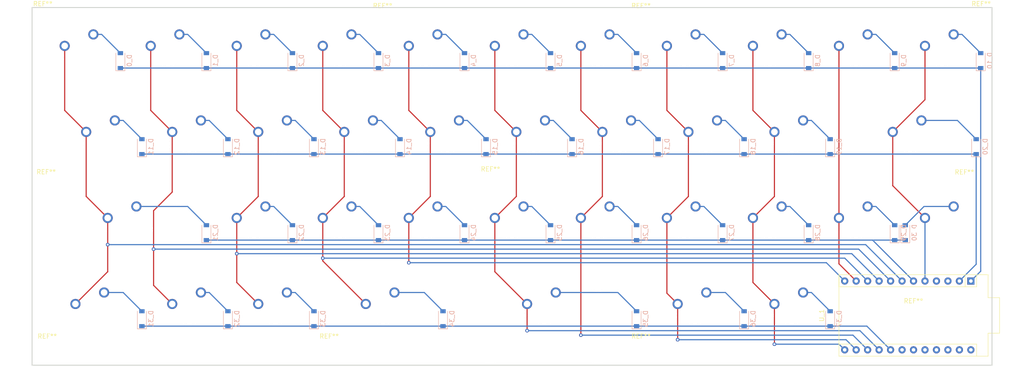
<source format=kicad_pcb>
(kicad_pcb (version 20211014) (generator pcbnew)
  (layers (0 "F.Cu" signal) (31 "B.Cu" signal) (34 "B.Paste" user) (35 "F.Paste" user) (36 "B.SilkS" user "B.Silkscreen") (37 "F.SilkS" user "F.Silkscreen") (38 "B.Mask" user) (39 "F.Mask" user) (44 "Edge.Cuts" user))
  (net 0 "")
  (net 1 "col0")
  (net 2 "col1")
  (net 3 "col2")
  (net 4 "col3")
  (net 5 "col4")
  (net 6 "col5")
  (net 7 "col6")
  (net 8 "col7")
  (net 9 "col8")
  (net 10 "col9")
  (net 11 "col10")
  (net 12 "row0")
  (net 13 "row1")
  (net 14 "row2")
  (net 15 "row3")
  (net 16 "Net-(D_0-Pad2)")
  (net 17 "Net-(D_1-Pad2)")
  (net 18 "Net-(D_2-Pad2)")
  (net 19 "Net-(D_3-Pad2)")
  (net 20 "Net-(D_4-Pad2)")
  (net 21 "Net-(D_5-Pad2)")
  (net 22 "Net-(D_6-Pad2)")
  (net 23 "Net-(D_7-Pad2)")
  (net 24 "Net-(D_8-Pad2)")
  (net 25 "Net-(D_9-Pad2)")
  (net 26 "Net-(D_10-Pad2)")
  (net 27 "Net-(D_11-Pad2)")
  (net 28 "Net-(D_12-Pad2)")
  (net 29 "Net-(D_13-Pad2)")
  (net 30 "Net-(D_14-Pad2)")
  (net 31 "Net-(D_15-Pad2)")
  (net 32 "Net-(D_16-Pad2)")
  (net 33 "Net-(D_17-Pad2)")
  (net 34 "Net-(D_18-Pad2)")
  (net 35 "Net-(D_19-Pad2)")
  (net 36 "Net-(D_20-Pad2)")
  (net 37 "Net-(D_21-Pad2)")
  (net 38 "Net-(D_22-Pad2)")
  (net 39 "Net-(D_23-Pad2)")
  (net 40 "Net-(D_24-Pad2)")
  (net 41 "Net-(D_25-Pad2)")
  (net 42 "Net-(D_26-Pad2)")
  (net 43 "Net-(D_27-Pad2)")
  (net 44 "Net-(D_28-Pad2)")
  (net 45 "Net-(D_29-Pad2)")
  (net 46 "Net-(D_30-Pad2)")
  (net 47 "Net-(D_31-Pad2)")
  (net 48 "Net-(D_32-Pad2)")
  (net 49 "Net-(D_33-Pad2)")
  (net 50 "Net-(D_34-Pad2)")
  (net 51 "Net-(D_35-Pad2)")
  (net 52 "Net-(D_36-Pad2)")
  (net 53 "Net-(D_37-Pad2)")
  (footprint "MountingHole:MountingHole_2.2mm_M2" (layer "F.Cu") (at 3.365 75.995)
    (fp_text reference "REF**")
    (fp_text value "MountingHole_2.2mm_M2")
  )
  (footprint "MX_Only:MXOnly-1U-NoLED" (layer "F.Cu") (at 201.525 11.025)
    (fp_text reference "K_10")
    (fp_text value "KEYSW")
  )
  (footprint "MX_Only:MXOnly-1U-NoLED" (layer "F.Cu") (at 30.075 11.025)
    (fp_text reference "K_1")
    (fp_text value "KEYSW")
  )
  (footprint "MountingHole:MountingHole_2.2mm_M2" (layer "F.Cu") (at 2.375 2.375)
    (fp_text reference "REF**")
    (fp_text value "MountingHole_2.2mm_M2")
  )
  (footprint "MX_Only:MXOnly-1U-NoLED" (layer "F.Cu") (at 15.7875 30.075)
    (fp_text reference "K_11")
    (fp_text value "KEYSW")
  )
  (footprint "MX_Only:MXOnly-1U-NoLED" (layer "F.Cu") (at 111.0375 30.075)
    (fp_text reference "K_16")
    (fp_text value "KEYSW")
  )
  (footprint "MX_Only:MXOnly-1U-NoLED" (layer "F.Cu") (at 182.475 49.125)
    (fp_text reference "K_29")
    (fp_text value "KEYSW")
  )
  (footprint "MountingHole:MountingHole_2.2mm_M2" (layer "F.Cu") (at 77.625 2.804)
    (fp_text reference "REF**")
    (fp_text value "MountingHole_2.2mm_M2")
  )
  (footprint "MX_Only:MXOnly-1U-NoLED" (layer "F.Cu") (at 201.525 49.125)
    (fp_text reference "K_30")
    (fp_text value "KEYSW")
  )
  (footprint "MX_Only:MXOnly-1U-NoLED" (layer "F.Cu") (at 72.9375 30.075)
    (fp_text reference "K_14")
    (fp_text value "KEYSW")
  )
  (footprint "MX_Only:MXOnly-1U-NoLED" (layer "F.Cu") (at 168.1875 30.075)
    (fp_text reference "K_19")
    (fp_text value "KEYSW")
  )
  (footprint "MX_Only:MXOnly-1U-NoLED" (layer "F.Cu") (at 144.375 11.025)
    (fp_text reference "K_7")
    (fp_text value "KEYSW")
  )
  (footprint "MX_Only:MXOnly-1U-NoLED" (layer "F.Cu") (at 130.0875 30.075)
    (fp_text reference "K_17")
    (fp_text value "KEYSW")
  )
  (footprint "MountingHole:MountingHole_2.2mm_M2" (layer "F.Cu") (at 206.45 39.65)
    (fp_text reference "REF**")
    (fp_text value "MountingHole_2.2mm_M2")
  )
  (footprint "MX_Only:MXOnly-1U-NoLED" (layer "F.Cu") (at 68.175 11.025)
    (fp_text reference "K_3")
    (fp_text value "KEYSW")
  )
  (footprint "MountingHole:MountingHole_2.2mm_M2" (layer "F.Cu") (at 65.7925 75.995)
    (fp_text reference "REF**")
    (fp_text value "MountingHole_2.2mm_M2")
  )
  (footprint "MX_Only:MXOnly-1U-NoLED" (layer "F.Cu") (at 34.8375 30.075)
    (fp_text reference "K_12")
    (fp_text value "KEYSW")
  )
  (footprint "MX_Only:MXOnly-1.5U-NoLED" (layer "F.Cu") (at 77.7 68.175)
    (fp_text reference "K_34")
    (fp_text value "KEYSW")
  )
  (footprint "MountingHole:MountingHole_2.2mm_M2" (layer "F.Cu") (at 101.5125 38.98)
    (fp_text reference "REF**")
    (fp_text value "MountingHole_2.2mm_M2")
  )
  (footprint "MX_Only:MXOnly-1U-NoLED" (layer "F.Cu") (at 106.275 11.025)
    (fp_text reference "K_5")
    (fp_text value "KEYSW")
  )
  (footprint "MX_Only:MXOnly-1U-NoLED" (layer "F.Cu") (at 182.475 11.025)
    (fp_text reference "K_9")
    (fp_text value "KEYSW")
  )
  (footprint "MountingHole:MountingHole_2.2mm_M2" (layer "F.Cu") (at 3.13 39.6)
    (fp_text reference "REF**")
    (fp_text value "MountingHole_2.2mm_M2")
  )
  (footprint "MX_Only:MXOnly-1U-NoLED" (layer "F.Cu") (at 49.125 11.025)
    (fp_text reference "K_2")
    (fp_text value "KEYSW")
  )
  (footprint "MX_Only:MXOnly-1U-NoLED" (layer "F.Cu") (at 68.175 49.125)
    (fp_text reference "K_23")
    (fp_text value "KEYSW")
  )
  (footprint "MX_Only:MXOnly-1U-NoLED" (layer "F.Cu") (at 106.275 49.125)
    (fp_text reference "K_25")
    (fp_text value "KEYSW")
  )
  (footprint "MX_Only:MXOnly-1U-NoLED" (layer "F.Cu") (at 163.425 11.025)
    (fp_text reference "K_8")
    (fp_text value "KEYSW")
  )
  (footprint "MountingHole:MountingHole_2.2mm_M2" (layer "F.Cu") (at 210.175 2.375)
    (fp_text reference "REF**")
    (fp_text value "MountingHole_2.2mm_M2")
  )
  (footprint "MX_Only:MXOnly-1U-NoLED" (layer "F.Cu") (at 87.225 49.125)
    (fp_text reference "K_24")
    (fp_text value "KEYSW")
  )
  (footprint "MX_Only:MXOnly-1U-NoLED" (layer "F.Cu") (at 34.8375 68.175)
    (fp_text reference "K_32")
    (fp_text value "KEYSW")
  )
  (footprint "Arduino:Sparkfun_Pro_Micro" (layer "F.Cu") (at 179.935 75.795 90)
    (fp_text reference "U_1")
    (fp_text value "Sparkfun_Pro_Micro")
  )
  (footprint "MountingHole:MountingHole_2.2mm_M2" (layer "F.Cu") (at 134.85 75.995)
    (fp_text reference "REF**")
    (fp_text value "MountingHole_2.2mm_M2")
  )
  (footprint "MX_Only:MXOnly-1U-NoLED" (layer "F.Cu") (at 49.125 49.125)
    (fp_text reference "K_22")
    (fp_text value "KEYSW")
  )
  (footprint "MountingHole:MountingHole_2.2mm_M2" (layer "F.Cu") (at 134.85 2.804)
    (fp_text reference "REF**")
    (fp_text value "MountingHole_2.2mm_M2")
  )
  (footprint "MX_Only:MXOnly-1U-NoLED" (layer "F.Cu") (at 163.425 49.125)
    (fp_text reference "K_28")
    (fp_text value "KEYSW")
  )
  (footprint "MX_Only:MXOnly-1U-NoLED" (layer "F.Cu") (at 149.1375 30.075)
    (fp_text reference "K_18")
    (fp_text value "KEYSW")
  )
  (footprint "MX_Only:MXOnly-1U-NoLED" (layer "F.Cu") (at 168.1875 68.175)
    (fp_text reference "K_37")
    (fp_text value "KEYSW")
  )
  (footprint "MX_Only:MXOnly-1.25U-NoLED" (layer "F.Cu") (at 146.75625 68.175)
    (fp_text reference "K_36")
    (fp_text value "KEYSW")
  )
  (footprint "MX_Only:MXOnly-1.75U-NoLED" (layer "F.Cu") (at 194.38125 30.075)
    (fp_text reference "K_20")
    (fp_text value "KEYSW")
  )
  (footprint "MX_Only:MXOnly-1U-NoLED" (layer "F.Cu") (at 125.325 49.125)
    (fp_text reference "K_26")
    (fp_text value "KEYSW")
  )
  (footprint "MX_Only:MXOnly-2U-NoLED" (layer "F.Cu") (at 20.55 49.125)
    (fp_text reference "K_21")
    (fp_text value "KEYSW")
  )
  (footprint "MX_Only:MXOnly-1U-NoLED" (layer "F.Cu") (at 144.375 49.125)
    (fp_text reference "K_27")
    (fp_text value "KEYSW")
  )
  (footprint "MX_Only:MXOnly-1U-NoLED" (layer "F.Cu") (at 53.8875 30.075)
    (fp_text reference "K_13")
    (fp_text value "KEYSW")
  )
  (footprint "MX_Only:MXOnly-1U-NoLED" (layer "F.Cu") (at 87.225 11.025)
    (fp_text reference "K_4")
    (fp_text value "KEYSW")
  )
  (footprint "MX_Only:MXOnly-2.25U-NoLED" (layer "F.Cu") (at 113.41875 68.175)
    (fp_text reference "K_35")
    (fp_text value "KEYSW")
  )
  (footprint "MX_Only:MXOnly-1U-NoLED" (layer "F.Cu") (at 91.9875 30.075)
    (fp_text reference "K_15")
    (fp_text value "KEYSW")
  )
  (footprint "MX_Only:MXOnly-1U-NoLED" (layer "F.Cu") (at 11.025 11.025)
    (fp_text reference "K_0")
    (fp_text value "KEYSW")
  )
  (footprint "MX_Only:MXOnly-1U-NoLED" (layer "F.Cu") (at 125.325 11.025)
    (fp_text reference "K_6")
    (fp_text value "KEYSW")
  )
  (footprint "MountingHole:MountingHole_2.2mm_M2" (layer "F.Cu") (at 195.175 68.177)
    (fp_text reference "REF**")
    (fp_text value "MountingHole_2.2mm_M2")
  )
  (footprint "MX_Only:MXOnly-1U-NoLED" (layer "F.Cu") (at 53.8875 68.175)
    (fp_text reference "K_33")
    (fp_text value "KEYSW")
  )
  (footprint "MX_Only:MXOnly-1.25U-NoLED" (layer "F.Cu") (at 13.40625 68.175)
    (fp_text reference "K_31")
    (fp_text value "KEYSW")
  )
  (footprint "Diode_SMD:D_SOD-123" (layer "B.Cu") (at 43.3625 30.793901 90)
    (fp_text reference "D_12")
    (fp_text value "D")
  )
  (footprint "Diode_SMD:D_SOD-123" (layer "B.Cu") (at 138.6125 30.793901 90)
    (fp_text reference "D_17")
    (fp_text value "D")
  )
  (footprint "Diode_SMD:D_SOD-123" (layer "B.Cu") (at 57.65 11.743901 90)
    (fp_text reference "D_2")
    (fp_text value "D")
  )
  (footprint "Diode_SMD:D_SOD-123" (layer "B.Cu") (at 157.6625 30.793901 90)
    (fp_text reference "D_18")
    (fp_text value "D")
  )
  (footprint "Diode_SMD:D_SOD-123" (layer "B.Cu") (at 24.3125 30.793901 90)
    (fp_text reference "D_11")
    (fp_text value "D")
  )
  (footprint "Diode_SMD:D_SOD-123" (layer "B.Cu") (at 210.05 11.743901 90)
    (fp_text reference "D_10")
    (fp_text value "D")
  )
  (footprint "Diode_SMD:D_SOD-123" (layer "B.Cu") (at 114.8 11.743901 90)
    (fp_text reference "D_5")
    (fp_text value "D")
  )
  (footprint "Diode_SMD:D_SOD-123" (layer "B.Cu") (at 90.9875 68.893901 90)
    (fp_text reference "D_34")
    (fp_text value "D")
  )
  (footprint "Diode_SMD:D_SOD-123" (layer "B.Cu") (at 43.3625 68.893901 90)
    (fp_text reference "D_32")
    (fp_text value "D")
  )
  (footprint "Diode_SMD:D_SOD-123" (layer "B.Cu") (at 152.9 49.843901 90)
    (fp_text reference "D_27")
    (fp_text value "D")
  )
  (footprint "Diode_SMD:D_SOD-123" (layer "B.Cu") (at 95.75 49.843901 90)
    (fp_text reference "D_24")
    (fp_text value "D")
  )
  (footprint "Diode_SMD:D_SOD-123" (layer "B.Cu") (at 76.7 49.843901 90)
    (fp_text reference "D_23")
    (fp_text value "D")
  )
  (footprint "Diode_SMD:D_SOD-123" (layer "B.Cu") (at 81.4625 30.793901 90)
    (fp_text reference "D_14")
    (fp_text value "D")
  )
  (footprint "Diode_SMD:D_SOD-123" (layer "B.Cu") (at 38.6 11.743901 90)
    (fp_text reference "D_1")
    (fp_text value "D")
  )
  (footprint "Diode_SMD:D_SOD-123" (layer "B.Cu") (at 62.4125 68.893901 90)
    (fp_text reference "D_33")
    (fp_text value "D")
  )
  (footprint "Diode_SMD:D_SOD-123" (layer "B.Cu") (at 171.95 49.843901 90)
    (fp_text reference "D_28")
    (fp_text value "D")
  )
  (footprint "Diode_SMD:D_SOD-123" (layer "B.Cu") (at 19.55 11.743901 90)
    (fp_text reference "D_0")
    (fp_text value "D")
  )
  (footprint "Diode_SMD:D_SOD-123" (layer "B.Cu") (at 95.75 11.743901 90)
    (fp_text reference "D_4")
    (fp_text value "D")
  )
  (footprint "Diode_SMD:D_SOD-123" (layer "B.Cu") (at 171.95 11.743901 90)
    (fp_text reference "D_8")
    (fp_text value "D")
  )
  (footprint "Diode_SMD:D_SOD-123" (layer "B.Cu") (at 38.6 49.843901 90)
    (fp_text reference "D_21")
    (fp_text value "D")
  )
  (footprint "Diode_SMD:D_SOD-123" (layer "B.Cu") (at 133.85 49.843901 90)
    (fp_text reference "D_26")
    (fp_text value "D")
  )
  (footprint "Diode_SMD:D_SOD-123" (layer "B.Cu") (at 209.05 30.793901 90)
    (fp_text reference "D_20")
    (fp_text value "D")
  )
  (footprint "Diode_SMD:D_SOD-123" (layer "B.Cu") (at 191 49.843901 90)
    (fp_text reference "D_29")
    (fp_text value "D")
  )
  (footprint "Diode_SMD:D_SOD-123" (layer "B.Cu") (at 76.7 11.743901 90)
    (fp_text reference "D_3")
    (fp_text value "D")
  )
  (footprint "Diode_SMD:D_SOD-123" (layer "B.Cu") (at 57.65 49.843901 90)
    (fp_text reference "D_22")
    (fp_text value "D")
  )
  (footprint "Diode_SMD:D_SOD-123" (layer "B.Cu") (at 100.5125 30.793901 90)
    (fp_text reference "D_15")
    (fp_text value "D")
  )
  (footprint "Diode_SMD:D_SOD-123" (layer "B.Cu") (at 24.3125 68.893901 90)
    (fp_text reference "D_31")
    (fp_text value "D")
  )
  (footprint "Diode_SMD:D_SOD-123" (layer "B.Cu") (at 193.35 49.843901 90)
    (fp_text reference "D_30")
    (fp_text value "D")
  )
  (footprint "Diode_SMD:D_SOD-123" (layer "B.Cu") (at 133.85 11.743901 90)
    (fp_text reference "D_6")
    (fp_text value "D")
  )
  (footprint "Diode_SMD:D_SOD-123" (layer "B.Cu") (at 62.4125 30.793901 90)
    (fp_text reference "D_13")
    (fp_text value "D")
  )
  (footprint "Diode_SMD:D_SOD-123" (layer "B.Cu") (at 119.5625 30.793901 90)
    (fp_text reference "D_16")
    (fp_text value "D")
  )
  (footprint "Diode_SMD:D_SOD-123" (layer "B.Cu") (at 157.6625 68.893901 90)
    (fp_text reference "D_36")
    (fp_text value "D")
  )
  (footprint "Diode_SMD:D_SOD-123" (layer "B.Cu") (at 176.7125 68.893901 90)
    (fp_text reference "D_37")
    (fp_text value "D")
  )
  (footprint "Diode_SMD:D_SOD-123" (layer "B.Cu") (at 133.85 68.893901 90)
    (fp_text reference "D_35")
    (fp_text value "D")
  )
  (footprint "Diode_SMD:D_SOD-123" (layer "B.Cu") (at 152.9 11.743901 90)
    (fp_text reference "D_7")
    (fp_text value "D")
  )
  (footprint "Diode_SMD:D_SOD-123" (layer "B.Cu") (at 191 11.743901 90)
    (fp_text reference "D_9")
    (fp_text value "D")
  )
  (footprint "Diode_SMD:D_SOD-123" (layer "B.Cu") (at 114.8 49.843901 90)
    (fp_text reference "D_25")
    (fp_text value "D")
  )
  (footprint "Diode_SMD:D_SOD-123" (layer "B.Cu") (at 176.7125 30.793901 90)
    (fp_text reference "D_19")
    (fp_text value "D")
  )
  (gr_line (start 0 0) (end 212.55 0) (layer "Edge.Cuts") (width 0.2))
  (gr_line (start 212.55 0) (end 212.55 79.2) (layer "Edge.Cuts") (width 0.2))
  (gr_line (start 0 79.2) (end 0 0) (layer "Edge.Cuts") (width 0.2))
  (gr_line (start 212.55 79.2) (end 0 79.2) (layer "Edge.Cuts") (width 0.2))
  (segment (start 16.74 58.49125) (end 9.59625 65.635) (width 0.25) (layer "F.Cu") (net 1))
  (segment (start 11.9775 41.8225) (end 16.74 46.585) (width 0.25) (layer "F.Cu") (net 1))
  (segment (start 16.74 46.585) (end 16.74 58.49125) (width 0.25) (layer "F.Cu") (net 1))
  (segment (start 7.215 22.7725) (end 11.9775 27.535) (width 0.25) (layer "F.Cu") (net 1))
  (segment (start 11.9775 27.535) (end 11.9775 41.8225) (width 0.25) (layer "F.Cu") (net 1))
  (segment (start 7.215 8.485) (end 7.215 22.7725) (width 0.25) (layer "F.Cu") (net 1))
  (via (at 16.74 52.493901) (size 0.8) (drill 0.4) (layers "F.Cu" "B.Cu") (net 1))
  (segment (start 184.573901 52.493901) (end 192.635 60.555) (width 0.25) (layer "B.Cu") (net 1))
  (segment (start 16.74 52.493901) (end 184.573901 52.493901) (width 0.25) (layer "B.Cu") (net 1))
  (segment (start 31.0275 40.8545) (end 26.9 44.982) (width 0.25) (layer "F.Cu") (net 2))
  (segment (start 31.0275 65.635) (end 26.9 61.5075) (width 0.25) (layer "F.Cu") (net 2))
  (segment (start 31.0275 27.535) (end 31.0275 40.8545) (width 0.25) (layer "F.Cu") (net 2))
  (segment (start 26.9 44.982) (end 26.9 61.5075) (width 0.25) (layer "F.Cu") (net 2))
  (segment (start 26.265 22.7725) (end 31.0275 27.535) (width 0.25) (layer "F.Cu") (net 2))
  (segment (start 26.265 8.485) (end 26.265 22.7725) (width 0.25) (layer "F.Cu") (net 2))
  (via (at 26.9 53.493901) (size 0.8) (drill 0.4) (layers "F.Cu" "B.Cu") (net 2))
  (segment (start 190.095 60.555) (end 183.033901 53.493901) (width 0.25) (layer "B.Cu") (net 2))
  (segment (start 183.033901 53.493901) (end 26.9 53.493901) (width 0.25) (layer "B.Cu") (net 2))
  (segment (start 50.0775 41.8225) (end 45.315 46.585) (width 0.25) (layer "F.Cu") (net 3))
  (segment (start 45.315 60.8725) (end 50.0775 65.635) (width 0.25) (layer "F.Cu") (net 3))
  (segment (start 45.315 46.585) (end 45.315 60.8725) (width 0.25) (layer "F.Cu") (net 3))
  (segment (start 50.0775 27.535) (end 50.0775 41.8225) (width 0.25) (layer "F.Cu") (net 3))
  (segment (start 45.315 22.7725) (end 50.0775 27.535) (width 0.25) (layer "F.Cu") (net 3))
  (segment (start 45.315 8.485) (end 45.315 22.7725) (width 0.25) (layer "F.Cu") (net 3))
  (via (at 45.315 54.493901) (size 0.8) (drill 0.4) (layers "F.Cu" "B.Cu") (net 3))
  (segment (start 181.493901 54.493901) (end 187.555 60.555) (width 0.25) (layer "B.Cu") (net 3))
  (segment (start 45.315 54.493901) (end 181.493901 54.493901) (width 0.25) (layer "B.Cu") (net 3))
  (segment (start 69.1275 27.535) (end 69.1275 41.8225) (width 0.25) (layer "F.Cu") (net 4))
  (segment (start 64.365 8.485) (end 64.365 22.7725) (width 0.25) (layer "F.Cu") (net 4))
  (segment (start 69.1275 41.8225) (end 64.365 46.585) (width 0.25) (layer "F.Cu") (net 4))
  (segment (start 64.365 56.11) (end 73.89 65.635) (width 0.25) (layer "F.Cu") (net 4))
  (segment (start 64.365 46.585) (end 64.365 55.523) (width 0.25) (layer "F.Cu") (net 4))
  (segment (start 64.365 55.523) (end 64.365 56.11) (width 0.25) (layer "F.Cu") (net 4))
  (segment (start 64.365 22.7725) (end 69.1275 27.535) (width 0.25) (layer "F.Cu") (net 4))
  (via (at 64.365 55.493901) (size 0.8) (drill 0.4) (layers "F.Cu" "B.Cu") (net 4))
  (segment (start 64.365 55.493901) (end 179.953901 55.493901) (width 0.25) (layer "B.Cu") (net 4))
  (segment (start 179.953901 55.493901) (end 185.015 60.555) (width 0.25) (layer "B.Cu") (net 4))
  (segment (start 83.415 46.585) (end 83.415 56.493901) (width 0.25) (layer "F.Cu") (net 5))
  (segment (start 88.1775 27.535) (end 88.1775 41.8225) (width 0.25) (layer "F.Cu") (net 5))
  (segment (start 83.415 8.485) (end 83.415 22.7725) (width 0.25) (layer "F.Cu") (net 5))
  (segment (start 83.415 22.7725) (end 88.1775 27.535) (width 0.25) (layer "F.Cu") (net 5))
  (segment (start 88.1775 41.8225) (end 83.415 46.585) (width 0.25) (layer "F.Cu") (net 5))
  (via (at 83.415 56.493901) (size 0.8) (drill 0.4) (layers "F.Cu" "B.Cu") (net 5))
  (segment (start 83.415 56.493901) (end 175.873901 56.493901) (width 0.25) (layer "B.Cu") (net 5))
  (segment (start 175.873901 56.493901) (end 179.935 60.555) (width 0.25) (layer "B.Cu") (net 5))
  (segment (start 109.60875 65.635) (end 109.60875 71.543901) (width 0.25) (layer "F.Cu") (net 6))
  (segment (start 109.60875 65.635) (end 102.465 58.49125) (width 0.25) (layer "F.Cu") (net 6))
  (segment (start 102.465 22.7725) (end 107.2275 27.535) (width 0.25) (layer "F.Cu") (net 6))
  (segment (start 107.2275 41.8225) (end 102.465 46.585) (width 0.25) (layer "F.Cu") (net 6))
  (segment (start 102.465 8.485) (end 102.465 22.7725) (width 0.25) (layer "F.Cu") (net 6))
  (segment (start 107.2275 27.535) (end 107.2275 41.8225) (width 0.25) (layer "F.Cu") (net 6))
  (segment (start 102.465 46.585) (end 102.465 58.49125) (width 0.25) (layer "F.Cu") (net 6))
  (via (at 109.60875 71.543901) (size 0.8) (drill 0.4) (layers "F.Cu" "B.Cu") (net 6))
  (segment (start 109.60875 71.543901) (end 183.303901 71.543901) (width 0.25) (layer "B.Cu") (net 6))
  (segment (start 183.303901 71.543901) (end 187.555 75.795) (width 0.25) (layer "B.Cu") (net 6))
  (segment (start 121.515 46.585) (end 121.515 72.541) (width 0.25) (layer "F.Cu") (net 7))
  (segment (start 121.515 72.541) (end 121.515 72.543901) (width 0.25) (layer "F.Cu") (net 7))
  (segment (start 121.515 22.7725) (end 126.2775 27.535) (width 0.25) (layer "F.Cu") (net 7))
  (segment (start 121.515 8.485) (end 121.515 22.7725) (width 0.25) (layer "F.Cu") (net 7))
  (segment (start 126.2775 41.8225) (end 121.515 46.585) (width 0.25) (layer "F.Cu") (net 7))
  (segment (start 126.2775 27.535) (end 126.2775 41.8225) (width 0.25) (layer "F.Cu") (net 7))
  (via (at 121.515 72.541) (size 0.8) (drill 0.4) (layers "F.Cu" "B.Cu") (net 7))
  (segment (start 181.761 72.541) (end 185.015 75.795) (width 0.25) (layer "B.Cu") (net 7))
  (segment (start 121.515 72.541) (end 181.761 72.541) (width 0.25) (layer "B.Cu") (net 7))
  (segment (start 140.565 22.7725) (end 145.3275 27.535) (width 0.25) (layer "F.Cu") (net 8))
  (segment (start 140.565 8.485) (end 140.565 22.7725) (width 0.25) (layer "F.Cu") (net 8))
  (segment (start 142.94625 65.635) (end 142.94625 73.543901) (width 0.25) (layer "F.Cu") (net 8))
  (segment (start 145.3275 27.535) (end 145.3275 41.8225) (width 0.25) (layer "F.Cu") (net 8))
  (segment (start 140.565 63.25375) (end 142.94625 65.635) (width 0.25) (layer "F.Cu") (net 8))
  (segment (start 140.565 46.585) (end 140.565 63.25375) (width 0.25) (layer "F.Cu") (net 8))
  (segment (start 145.3275 41.8225) (end 140.565 46.585) (width 0.25) (layer "F.Cu") (net 8))
  (via (at 142.94625 73.543901) (size 0.8) (drill 0.4) (layers "F.Cu" "B.Cu") (net 8))
  (segment (start 180.223901 73.543901) (end 182.475 75.795) (width 0.25) (layer "B.Cu") (net 8))
  (segment (start 142.94625 73.543901) (end 180.223901 73.543901) (width 0.25) (layer "B.Cu") (net 8))
  (segment (start 164.3775 27.535) (end 164.3775 41.8225) (width 0.25) (layer "F.Cu") (net 9))
  (segment (start 159.615 46.585) (end 159.615 60.8725) (width 0.25) (layer "F.Cu") (net 9))
  (segment (start 159.615 22.7725) (end 164.3775 27.535) (width 0.25) (layer "F.Cu") (net 9))
  (segment (start 164.3775 65.635) (end 164.3775 74.543901) (width 0.25) (layer "F.Cu") (net 9))
  (segment (start 164.3775 41.8225) (end 159.615 46.585) (width 0.25) (layer "F.Cu") (net 9))
  (segment (start 159.615 8.485) (end 159.615 22.7725) (width 0.25) (layer "F.Cu") (net 9))
  (segment (start 159.615 60.8725) (end 164.3775 65.635) (width 0.25) (layer "F.Cu") (net 9))
  (via (at 164.3775 74.543901) (size 0.8) (drill 0.4) (layers "F.Cu" "B.Cu") (net 9))
  (segment (start 179.935 75.795) (end 178.683901 74.543901) (width 0.25) (layer "B.Cu") (net 9))
  (segment (start 178.683901 74.543901) (end 164.3775 74.543901) (width 0.25) (layer "B.Cu") (net 9))
  (segment (start 178.665 8.485) (end 178.665 46.585) (width 0.25) (layer "F.Cu") (net 10))
  (segment (start 178.665 46.585) (end 178.665 56.745) (width 0.25) (layer "F.Cu") (net 10))
  (segment (start 178.665 56.745) (end 182.475 60.555) (width 0.25) (layer "F.Cu") (net 10))
  (segment (start 190.57125 39.44125) (end 197.715 46.585) (width 0.25) (layer "F.Cu") (net 11))
  (segment (start 190.57125 27.535) (end 190.57125 39.44125) (width 0.25) (layer "F.Cu") (net 11))
  (segment (start 197.715 8.485) (end 197.715 20.39125) (width 0.25) (layer "F.Cu") (net 11))
  (segment (start 197.715 20.39125) (end 190.57125 27.535) (width 0.25) (layer "F.Cu") (net 11))
  (segment (start 197.715 46.585) (end 197.715 60.555) (width 0.25) (layer "B.Cu") (net 11))
  (segment (start 210.05 58.38) (end 207.875 60.555) (width 0.25) (layer "B.Cu") (net 12))
  (segment (start 210.05 13.393901) (end 19.55 13.393901) (width 0.25) (layer "B.Cu") (net 12))
  (segment (start 210.05 13.393901) (end 210.05 58.38) (width 0.25) (layer "B.Cu") (net 12))
  (segment (start 209.05 56.84) (end 205.335 60.555) (width 0.25) (layer "B.Cu") (net 13))
  (segment (start 209.05 32.443901) (end 24.3125 32.443901) (width 0.25) (layer "B.Cu") (net 13))
  (segment (start 209.05 32.443901) (end 209.05 56.84) (width 0.25) (layer "B.Cu") (net 13))
  (segment (start 195.175 60.555) (end 186.113901 51.493901) (width 0.25) (layer "B.Cu") (net 14))
  (segment (start 193.35 51.493901) (end 38.6 51.493901) (width 0.25) (layer "B.Cu") (net 14))
  (segment (start 184.843901 70.543901) (end 190.095 75.795) (width 0.25) (layer "B.Cu") (net 15))
  (segment (start 184.843901 70.543901) (end 24.3125 70.543901) (width 0.25) (layer "B.Cu") (net 15))
  (segment (start 13.565 5.945) (end 15.401099 5.945) (width 0.25) (layer "B.Cu") (net 16))
  (segment (start 15.401099 5.945) (end 19.55 10.093901) (width 0.25) (layer "B.Cu") (net 16))
  (segment (start 34.451099 5.945) (end 38.6 10.093901) (width 0.25) (layer "B.Cu") (net 17))
  (segment (start 32.615 5.945) (end 34.451099 5.945) (width 0.25) (layer "B.Cu") (net 17))
  (segment (start 53.501099 5.945) (end 57.65 10.093901) (width 0.25) (layer "B.Cu") (net 18))
  (segment (start 51.665 5.945) (end 53.501099 5.945) (width 0.25) (layer "B.Cu") (net 18))
  (segment (start 72.551099 5.945) (end 76.7 10.093901) (width 0.25) (layer "B.Cu") (net 19))
  (segment (start 70.715 5.945) (end 72.551099 5.945) (width 0.25) (layer "B.Cu") (net 19))
  (segment (start 91.601099 5.945) (end 95.75 10.093901) (width 0.25) (layer "B.Cu") (net 20))
  (segment (start 89.765 5.945) (end 91.601099 5.945) (width 0.25) (layer "B.Cu") (net 20))
  (segment (start 108.815 5.945) (end 110.651099 5.945) (width 0.25) (layer "B.Cu") (net 21))
  (segment (start 110.651099 5.945) (end 114.8 10.093901) (width 0.25) (layer "B.Cu") (net 21))
  (segment (start 129.701099 5.945) (end 133.85 10.093901) (width 0.25) (layer "B.Cu") (net 22))
  (segment (start 127.865 5.945) (end 129.701099 5.945) (width 0.25) (layer "B.Cu") (net 22))
  (segment (start 146.915 5.945) (end 148.751099 5.945) (width 0.25) (layer "B.Cu") (net 23))
  (segment (start 148.751099 5.945) (end 152.9 10.093901) (width 0.25) (layer "B.Cu") (net 23))
  (segment (start 167.801099 5.945) (end 171.95 10.093901) (width 0.25) (layer "B.Cu") (net 24))
  (segment (start 165.965 5.945) (end 167.801099 5.945) (width 0.25) (layer "B.Cu") (net 24))
  (segment (start 185.015 5.945) (end 186.851099 5.945) (width 0.25) (layer "B.Cu") (net 25))
  (segment (start 186.851099 5.945) (end 191 10.093901) (width 0.25) (layer "B.Cu") (net 25))
  (segment (start 205.901099 5.945) (end 210.05 10.093901) (width 0.25) (layer "B.Cu") (net 26))
  (segment (start 204.065 5.945) (end 205.901099 5.945) (width 0.25) (layer "B.Cu") (net 26))
  (segment (start 20.163599 24.995) (end 24.3125 29.143901) (width 0.25) (layer "B.Cu") (net 27))
  (segment (start 18.3275 24.995) (end 20.163599 24.995) (width 0.25) (layer "B.Cu") (net 27))
  (segment (start 39.213599 24.995) (end 43.3625 29.143901) (width 0.25) (layer "B.Cu") (net 28))
  (segment (start 37.3775 24.995) (end 39.213599 24.995) (width 0.25) (layer "B.Cu") (net 28))
  (segment (start 58.263599 24.995) (end 62.4125 29.143901) (width 0.25) (layer "B.Cu") (net 29))
  (segment (start 56.4275 24.995) (end 58.263599 24.995) (width 0.25) (layer "B.Cu") (net 29))
  (segment (start 77.313599 24.995) (end 81.4625 29.143901) (width 0.25) (layer "B.Cu") (net 30))
  (segment (start 75.4775 24.995) (end 77.313599 24.995) (width 0.25) (layer "B.Cu") (net 30))
  (segment (start 94.5275 24.995) (end 96.363599 24.995) (width 0.25) (layer "B.Cu") (net 31))
  (segment (start 96.363599 24.995) (end 100.5125 29.143901) (width 0.25) (layer "B.Cu") (net 31))
  (segment (start 115.413599 24.995) (end 119.5625 29.143901) (width 0.25) (layer "B.Cu") (net 32))
  (segment (start 113.5775 24.995) (end 115.413599 24.995) (width 0.25) (layer "B.Cu") (net 32))
  (segment (start 132.6275 24.995) (end 134.463599 24.995) (width 0.25) (layer "B.Cu") (net 33))
  (segment (start 134.463599 24.995) (end 138.6125 29.143901) (width 0.25) (layer "B.Cu") (net 33))
  (segment (start 151.6775 24.995) (end 153.513599 24.995) (width 0.25) (layer "B.Cu") (net 34))
  (segment (start 153.513599 24.995) (end 157.6625 29.143901) (width 0.25) (layer "B.Cu") (net 34))
  (segment (start 170.7275 24.995) (end 172.563599 24.995) (width 0.25) (layer "B.Cu") (net 35))
  (segment (start 172.563599 24.995) (end 176.7125 29.143901) (width 0.25) (layer "B.Cu") (net 35))
  (segment (start 196.92125 24.995) (end 204.901099 24.995) (width 0.25) (layer "B.Cu") (net 36))
  (segment (start 204.901099 24.995) (end 209.05 29.143901) (width 0.25) (layer "B.Cu") (net 36))
  (segment (start 34.451099 44.045) (end 38.6 48.193901) (width 0.25) (layer "B.Cu") (net 37))
  (segment (start 23.09 44.045) (end 34.451099 44.045) (width 0.25) (layer "B.Cu") (net 37))
  (segment (start 51.665 44.045) (end 53.501099 44.045) (width 0.25) (layer "B.Cu") (net 38))
  (segment (start 53.501099 44.045) (end 57.65 48.193901) (width 0.25) (layer "B.Cu") (net 38))
  (segment (start 72.551099 44.045) (end 76.7 48.193901) (width 0.25) (layer "B.Cu") (net 39))
  (segment (start 70.715 44.045) (end 72.551099 44.045) (width 0.25) (layer "B.Cu") (net 39))
  (segment (start 91.601099 44.045) (end 95.75 48.193901) (width 0.25) (layer "B.Cu") (net 40))
  (segment (start 89.765 44.045) (end 91.601099 44.045) (width 0.25) (layer "B.Cu") (net 40))
  (segment (start 108.815 44.045) (end 110.651099 44.045) (width 0.25) (layer "B.Cu") (net 41))
  (segment (start 110.651099 44.045) (end 114.8 48.193901) (width 0.25) (layer "B.Cu") (net 41))
  (segment (start 129.701099 44.045) (end 133.85 48.193901) (width 0.25) (layer "B.Cu") (net 42))
  (segment (start 127.865 44.045) (end 129.701099 44.045) (width 0.25) (layer "B.Cu") (net 42))
  (segment (start 146.915 44.045) (end 148.751099 44.045) (width 0.25) (layer "B.Cu") (net 43))
  (segment (start 148.751099 44.045) (end 152.9 48.193901) (width 0.25) (layer "B.Cu") (net 43))
  (segment (start 165.965 44.045) (end 167.801099 44.045) (width 0.25) (layer "B.Cu") (net 44))
  (segment (start 167.801099 44.045) (end 171.95 48.193901) (width 0.25) (layer "B.Cu") (net 44))
  (segment (start 185.015 44.045) (end 186.851099 44.045) (width 0.25) (layer "B.Cu") (net 45))
  (segment (start 186.851099 44.045) (end 191 48.193901) (width 0.25) (layer "B.Cu") (net 45))
  (segment (start 204.065 44.045) (end 197.498901 44.045) (width 0.25) (layer "B.Cu") (net 46))
  (segment (start 197.498901 44.045) (end 193.35 48.193901) (width 0.25) (layer "B.Cu") (net 46))
  (segment (start 20.163599 63.095) (end 24.3125 67.243901) (width 0.25) (layer "B.Cu") (net 47))
  (segment (start 15.94625 63.095) (end 20.163599 63.095) (width 0.25) (layer "B.Cu") (net 47))
  (segment (start 37.3775 63.095) (end 39.213599 63.095) (width 0.25) (layer "B.Cu") (net 48))
  (segment (start 39.213599 63.095) (end 43.3625 67.243901) (width 0.25) (layer "B.Cu") (net 48))
  (segment (start 58.263599 63.095) (end 62.4125 67.243901) (width 0.25) (layer "B.Cu") (net 49))
  (segment (start 56.4275 63.095) (end 58.263599 63.095) (width 0.25) (layer "B.Cu") (net 49))
  (segment (start 86.838599 63.095) (end 90.9875 67.243901) (width 0.25) (layer "B.Cu") (net 50))
  (segment (start 80.24 63.095) (end 86.838599 63.095) (width 0.25) (layer "B.Cu") (net 50))
  (segment (start 115.95875 63.095) (end 129.701099 63.095) (width 0.25) (layer "B.Cu") (net 51))
  (segment (start 129.701099 63.095) (end 133.85 67.243901) (width 0.25) (layer "B.Cu") (net 51))
  (segment (start 149.29625 63.095) (end 153.513599 63.095) (width 0.25) (layer "B.Cu") (net 52))
  (segment (start 153.513599 63.095) (end 157.6625 67.243901) (width 0.25) (layer "B.Cu") (net 52))
  (segment (start 170.7275 63.095) (end 172.563599 63.095) (width 0.25) (layer "B.Cu") (net 53))
  (segment (start 172.563599 63.095) (end 176.7125 67.243901) (width 0.25) (layer "B.Cu") (net 53))
)
</source>
